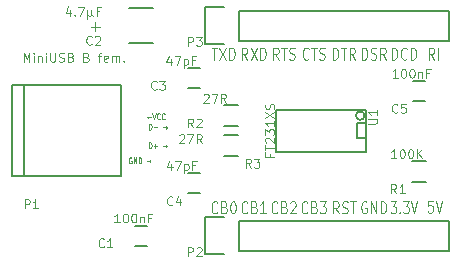
<source format=gto>
G04 #@! TF.FileFunction,Legend,Top*
%FSLAX46Y46*%
G04 Gerber Fmt 4.6, Leading zero omitted, Abs format (unit mm)*
G04 Created by KiCad (PCBNEW 4.0.3+e1-6302~38~ubuntu14.04.1-stable) date Tue Aug 16 14:14:18 2016*
%MOMM*%
%LPD*%
G01*
G04 APERTURE LIST*
%ADD10C,0.100000*%
%ADD11C,0.075000*%
%ADD12C,0.150000*%
G04 APERTURE END LIST*
D10*
X162026667Y-109767643D02*
X161988572Y-109815262D01*
X161874286Y-109862881D01*
X161798096Y-109862881D01*
X161683810Y-109815262D01*
X161607619Y-109720024D01*
X161569524Y-109624786D01*
X161531429Y-109434310D01*
X161531429Y-109291452D01*
X161569524Y-109100976D01*
X161607619Y-109005738D01*
X161683810Y-108910500D01*
X161798096Y-108862881D01*
X161874286Y-108862881D01*
X161988572Y-108910500D01*
X162026667Y-108958119D01*
X162636191Y-109339071D02*
X162750477Y-109386690D01*
X162788572Y-109434310D01*
X162826667Y-109529548D01*
X162826667Y-109672405D01*
X162788572Y-109767643D01*
X162750477Y-109815262D01*
X162674286Y-109862881D01*
X162369524Y-109862881D01*
X162369524Y-108862881D01*
X162636191Y-108862881D01*
X162712381Y-108910500D01*
X162750477Y-108958119D01*
X162788572Y-109053357D01*
X162788572Y-109148595D01*
X162750477Y-109243833D01*
X162712381Y-109291452D01*
X162636191Y-109339071D01*
X162369524Y-109339071D01*
X163321905Y-108862881D02*
X163398096Y-108862881D01*
X163474286Y-108910500D01*
X163512381Y-108958119D01*
X163550477Y-109053357D01*
X163588572Y-109243833D01*
X163588572Y-109481929D01*
X163550477Y-109672405D01*
X163512381Y-109767643D01*
X163474286Y-109815262D01*
X163398096Y-109862881D01*
X163321905Y-109862881D01*
X163245715Y-109815262D01*
X163207619Y-109767643D01*
X163169524Y-109672405D01*
X163131429Y-109481929D01*
X163131429Y-109243833D01*
X163169524Y-109053357D01*
X163207619Y-108958119D01*
X163245715Y-108910500D01*
X163321905Y-108862881D01*
X164566667Y-109767643D02*
X164528572Y-109815262D01*
X164414286Y-109862881D01*
X164338096Y-109862881D01*
X164223810Y-109815262D01*
X164147619Y-109720024D01*
X164109524Y-109624786D01*
X164071429Y-109434310D01*
X164071429Y-109291452D01*
X164109524Y-109100976D01*
X164147619Y-109005738D01*
X164223810Y-108910500D01*
X164338096Y-108862881D01*
X164414286Y-108862881D01*
X164528572Y-108910500D01*
X164566667Y-108958119D01*
X165176191Y-109339071D02*
X165290477Y-109386690D01*
X165328572Y-109434310D01*
X165366667Y-109529548D01*
X165366667Y-109672405D01*
X165328572Y-109767643D01*
X165290477Y-109815262D01*
X165214286Y-109862881D01*
X164909524Y-109862881D01*
X164909524Y-108862881D01*
X165176191Y-108862881D01*
X165252381Y-108910500D01*
X165290477Y-108958119D01*
X165328572Y-109053357D01*
X165328572Y-109148595D01*
X165290477Y-109243833D01*
X165252381Y-109291452D01*
X165176191Y-109339071D01*
X164909524Y-109339071D01*
X166128572Y-109862881D02*
X165671429Y-109862881D01*
X165900000Y-109862881D02*
X165900000Y-108862881D01*
X165823810Y-109005738D01*
X165747619Y-109100976D01*
X165671429Y-109148595D01*
X167106667Y-109767643D02*
X167068572Y-109815262D01*
X166954286Y-109862881D01*
X166878096Y-109862881D01*
X166763810Y-109815262D01*
X166687619Y-109720024D01*
X166649524Y-109624786D01*
X166611429Y-109434310D01*
X166611429Y-109291452D01*
X166649524Y-109100976D01*
X166687619Y-109005738D01*
X166763810Y-108910500D01*
X166878096Y-108862881D01*
X166954286Y-108862881D01*
X167068572Y-108910500D01*
X167106667Y-108958119D01*
X167716191Y-109339071D02*
X167830477Y-109386690D01*
X167868572Y-109434310D01*
X167906667Y-109529548D01*
X167906667Y-109672405D01*
X167868572Y-109767643D01*
X167830477Y-109815262D01*
X167754286Y-109862881D01*
X167449524Y-109862881D01*
X167449524Y-108862881D01*
X167716191Y-108862881D01*
X167792381Y-108910500D01*
X167830477Y-108958119D01*
X167868572Y-109053357D01*
X167868572Y-109148595D01*
X167830477Y-109243833D01*
X167792381Y-109291452D01*
X167716191Y-109339071D01*
X167449524Y-109339071D01*
X168211429Y-108958119D02*
X168249524Y-108910500D01*
X168325715Y-108862881D01*
X168516191Y-108862881D01*
X168592381Y-108910500D01*
X168630477Y-108958119D01*
X168668572Y-109053357D01*
X168668572Y-109148595D01*
X168630477Y-109291452D01*
X168173334Y-109862881D01*
X168668572Y-109862881D01*
X169646667Y-109767643D02*
X169608572Y-109815262D01*
X169494286Y-109862881D01*
X169418096Y-109862881D01*
X169303810Y-109815262D01*
X169227619Y-109720024D01*
X169189524Y-109624786D01*
X169151429Y-109434310D01*
X169151429Y-109291452D01*
X169189524Y-109100976D01*
X169227619Y-109005738D01*
X169303810Y-108910500D01*
X169418096Y-108862881D01*
X169494286Y-108862881D01*
X169608572Y-108910500D01*
X169646667Y-108958119D01*
X170256191Y-109339071D02*
X170370477Y-109386690D01*
X170408572Y-109434310D01*
X170446667Y-109529548D01*
X170446667Y-109672405D01*
X170408572Y-109767643D01*
X170370477Y-109815262D01*
X170294286Y-109862881D01*
X169989524Y-109862881D01*
X169989524Y-108862881D01*
X170256191Y-108862881D01*
X170332381Y-108910500D01*
X170370477Y-108958119D01*
X170408572Y-109053357D01*
X170408572Y-109148595D01*
X170370477Y-109243833D01*
X170332381Y-109291452D01*
X170256191Y-109339071D01*
X169989524Y-109339071D01*
X170713334Y-108862881D02*
X171208572Y-108862881D01*
X170941905Y-109243833D01*
X171056191Y-109243833D01*
X171132381Y-109291452D01*
X171170477Y-109339071D01*
X171208572Y-109434310D01*
X171208572Y-109672405D01*
X171170477Y-109767643D01*
X171132381Y-109815262D01*
X171056191Y-109862881D01*
X170827619Y-109862881D01*
X170751429Y-109815262D01*
X170713334Y-109767643D01*
X172281905Y-109862881D02*
X172015238Y-109386690D01*
X171824762Y-109862881D02*
X171824762Y-108862881D01*
X172129524Y-108862881D01*
X172205715Y-108910500D01*
X172243810Y-108958119D01*
X172281905Y-109053357D01*
X172281905Y-109196214D01*
X172243810Y-109291452D01*
X172205715Y-109339071D01*
X172129524Y-109386690D01*
X171824762Y-109386690D01*
X172586667Y-109815262D02*
X172700953Y-109862881D01*
X172891429Y-109862881D01*
X172967619Y-109815262D01*
X173005715Y-109767643D01*
X173043810Y-109672405D01*
X173043810Y-109577167D01*
X173005715Y-109481929D01*
X172967619Y-109434310D01*
X172891429Y-109386690D01*
X172739048Y-109339071D01*
X172662857Y-109291452D01*
X172624762Y-109243833D01*
X172586667Y-109148595D01*
X172586667Y-109053357D01*
X172624762Y-108958119D01*
X172662857Y-108910500D01*
X172739048Y-108862881D01*
X172929524Y-108862881D01*
X173043810Y-108910500D01*
X173272381Y-108862881D02*
X173729524Y-108862881D01*
X173500953Y-109862881D02*
X173500953Y-108862881D01*
X174650477Y-108910500D02*
X174574286Y-108862881D01*
X174460001Y-108862881D01*
X174345715Y-108910500D01*
X174269524Y-109005738D01*
X174231429Y-109100976D01*
X174193334Y-109291452D01*
X174193334Y-109434310D01*
X174231429Y-109624786D01*
X174269524Y-109720024D01*
X174345715Y-109815262D01*
X174460001Y-109862881D01*
X174536191Y-109862881D01*
X174650477Y-109815262D01*
X174688572Y-109767643D01*
X174688572Y-109434310D01*
X174536191Y-109434310D01*
X175031429Y-109862881D02*
X175031429Y-108862881D01*
X175488572Y-109862881D01*
X175488572Y-108862881D01*
X175869524Y-109862881D02*
X175869524Y-108862881D01*
X176060000Y-108862881D01*
X176174286Y-108910500D01*
X176250477Y-109005738D01*
X176288572Y-109100976D01*
X176326667Y-109291452D01*
X176326667Y-109434310D01*
X176288572Y-109624786D01*
X176250477Y-109720024D01*
X176174286Y-109815262D01*
X176060000Y-109862881D01*
X175869524Y-109862881D01*
X176692857Y-108862881D02*
X177157143Y-108862881D01*
X176907143Y-109243833D01*
X177014285Y-109243833D01*
X177085714Y-109291452D01*
X177121428Y-109339071D01*
X177157143Y-109434310D01*
X177157143Y-109672405D01*
X177121428Y-109767643D01*
X177085714Y-109815262D01*
X177014285Y-109862881D01*
X176800000Y-109862881D01*
X176728571Y-109815262D01*
X176692857Y-109767643D01*
X177478571Y-109767643D02*
X177514286Y-109815262D01*
X177478571Y-109862881D01*
X177442857Y-109815262D01*
X177478571Y-109767643D01*
X177478571Y-109862881D01*
X177764286Y-108862881D02*
X178228572Y-108862881D01*
X177978572Y-109243833D01*
X178085714Y-109243833D01*
X178157143Y-109291452D01*
X178192857Y-109339071D01*
X178228572Y-109434310D01*
X178228572Y-109672405D01*
X178192857Y-109767643D01*
X178157143Y-109815262D01*
X178085714Y-109862881D01*
X177871429Y-109862881D01*
X177800000Y-109815262D01*
X177764286Y-109767643D01*
X178442858Y-108862881D02*
X178692858Y-109862881D01*
X178942858Y-108862881D01*
X180251120Y-108799381D02*
X179870167Y-108799381D01*
X179832072Y-109275571D01*
X179870167Y-109227952D01*
X179946358Y-109180333D01*
X180136834Y-109180333D01*
X180213024Y-109227952D01*
X180251120Y-109275571D01*
X180289215Y-109370810D01*
X180289215Y-109608905D01*
X180251120Y-109704143D01*
X180213024Y-109751762D01*
X180136834Y-109799381D01*
X179946358Y-109799381D01*
X179870167Y-109751762D01*
X179832072Y-109704143D01*
X180517786Y-108799381D02*
X180784453Y-109799381D01*
X181051120Y-108799381D01*
X180397143Y-96845381D02*
X180130476Y-96369190D01*
X179940000Y-96845381D02*
X179940000Y-95845381D01*
X180244762Y-95845381D01*
X180320953Y-95893000D01*
X180359048Y-95940619D01*
X180397143Y-96035857D01*
X180397143Y-96178714D01*
X180359048Y-96273952D01*
X180320953Y-96321571D01*
X180244762Y-96369190D01*
X179940000Y-96369190D01*
X180740000Y-96845381D02*
X180740000Y-95845381D01*
X176790476Y-96845381D02*
X176790476Y-95845381D01*
X176980952Y-95845381D01*
X177095238Y-95893000D01*
X177171429Y-95988238D01*
X177209524Y-96083476D01*
X177247619Y-96273952D01*
X177247619Y-96416810D01*
X177209524Y-96607286D01*
X177171429Y-96702524D01*
X177095238Y-96797762D01*
X176980952Y-96845381D01*
X176790476Y-96845381D01*
X178047619Y-96750143D02*
X178009524Y-96797762D01*
X177895238Y-96845381D01*
X177819048Y-96845381D01*
X177704762Y-96797762D01*
X177628571Y-96702524D01*
X177590476Y-96607286D01*
X177552381Y-96416810D01*
X177552381Y-96273952D01*
X177590476Y-96083476D01*
X177628571Y-95988238D01*
X177704762Y-95893000D01*
X177819048Y-95845381D01*
X177895238Y-95845381D01*
X178009524Y-95893000D01*
X178047619Y-95940619D01*
X178390476Y-96845381D02*
X178390476Y-95845381D01*
X178580952Y-95845381D01*
X178695238Y-95893000D01*
X178771429Y-95988238D01*
X178809524Y-96083476D01*
X178847619Y-96273952D01*
X178847619Y-96416810D01*
X178809524Y-96607286D01*
X178771429Y-96702524D01*
X178695238Y-96797762D01*
X178580952Y-96845381D01*
X178390476Y-96845381D01*
X174269524Y-96845381D02*
X174269524Y-95845381D01*
X174460000Y-95845381D01*
X174574286Y-95893000D01*
X174650477Y-95988238D01*
X174688572Y-96083476D01*
X174726667Y-96273952D01*
X174726667Y-96416810D01*
X174688572Y-96607286D01*
X174650477Y-96702524D01*
X174574286Y-96797762D01*
X174460000Y-96845381D01*
X174269524Y-96845381D01*
X175031429Y-96797762D02*
X175145715Y-96845381D01*
X175336191Y-96845381D01*
X175412381Y-96797762D01*
X175450477Y-96750143D01*
X175488572Y-96654905D01*
X175488572Y-96559667D01*
X175450477Y-96464429D01*
X175412381Y-96416810D01*
X175336191Y-96369190D01*
X175183810Y-96321571D01*
X175107619Y-96273952D01*
X175069524Y-96226333D01*
X175031429Y-96131095D01*
X175031429Y-96035857D01*
X175069524Y-95940619D01*
X175107619Y-95893000D01*
X175183810Y-95845381D01*
X175374286Y-95845381D01*
X175488572Y-95893000D01*
X176288572Y-96845381D02*
X176021905Y-96369190D01*
X175831429Y-96845381D02*
X175831429Y-95845381D01*
X176136191Y-95845381D01*
X176212382Y-95893000D01*
X176250477Y-95940619D01*
X176288572Y-96035857D01*
X176288572Y-96178714D01*
X176250477Y-96273952D01*
X176212382Y-96321571D01*
X176136191Y-96369190D01*
X175831429Y-96369190D01*
X171805714Y-96845381D02*
X171805714Y-95845381D01*
X171996190Y-95845381D01*
X172110476Y-95893000D01*
X172186667Y-95988238D01*
X172224762Y-96083476D01*
X172262857Y-96273952D01*
X172262857Y-96416810D01*
X172224762Y-96607286D01*
X172186667Y-96702524D01*
X172110476Y-96797762D01*
X171996190Y-96845381D01*
X171805714Y-96845381D01*
X172491428Y-95845381D02*
X172948571Y-95845381D01*
X172720000Y-96845381D02*
X172720000Y-95845381D01*
X173672381Y-96845381D02*
X173405714Y-96369190D01*
X173215238Y-96845381D02*
X173215238Y-95845381D01*
X173520000Y-95845381D01*
X173596191Y-95893000D01*
X173634286Y-95940619D01*
X173672381Y-96035857D01*
X173672381Y-96178714D01*
X173634286Y-96273952D01*
X173596191Y-96321571D01*
X173520000Y-96369190D01*
X173215238Y-96369190D01*
X169741905Y-96750143D02*
X169703810Y-96797762D01*
X169589524Y-96845381D01*
X169513334Y-96845381D01*
X169399048Y-96797762D01*
X169322857Y-96702524D01*
X169284762Y-96607286D01*
X169246667Y-96416810D01*
X169246667Y-96273952D01*
X169284762Y-96083476D01*
X169322857Y-95988238D01*
X169399048Y-95893000D01*
X169513334Y-95845381D01*
X169589524Y-95845381D01*
X169703810Y-95893000D01*
X169741905Y-95940619D01*
X169970476Y-95845381D02*
X170427619Y-95845381D01*
X170199048Y-96845381D02*
X170199048Y-95845381D01*
X170656191Y-96797762D02*
X170770477Y-96845381D01*
X170960953Y-96845381D01*
X171037143Y-96797762D01*
X171075239Y-96750143D01*
X171113334Y-96654905D01*
X171113334Y-96559667D01*
X171075239Y-96464429D01*
X171037143Y-96416810D01*
X170960953Y-96369190D01*
X170808572Y-96321571D01*
X170732381Y-96273952D01*
X170694286Y-96226333D01*
X170656191Y-96131095D01*
X170656191Y-96035857D01*
X170694286Y-95940619D01*
X170732381Y-95893000D01*
X170808572Y-95845381D01*
X170999048Y-95845381D01*
X171113334Y-95893000D01*
X167201905Y-96845381D02*
X166935238Y-96369190D01*
X166744762Y-96845381D02*
X166744762Y-95845381D01*
X167049524Y-95845381D01*
X167125715Y-95893000D01*
X167163810Y-95940619D01*
X167201905Y-96035857D01*
X167201905Y-96178714D01*
X167163810Y-96273952D01*
X167125715Y-96321571D01*
X167049524Y-96369190D01*
X166744762Y-96369190D01*
X167430476Y-95845381D02*
X167887619Y-95845381D01*
X167659048Y-96845381D02*
X167659048Y-95845381D01*
X168116191Y-96797762D02*
X168230477Y-96845381D01*
X168420953Y-96845381D01*
X168497143Y-96797762D01*
X168535239Y-96750143D01*
X168573334Y-96654905D01*
X168573334Y-96559667D01*
X168535239Y-96464429D01*
X168497143Y-96416810D01*
X168420953Y-96369190D01*
X168268572Y-96321571D01*
X168192381Y-96273952D01*
X168154286Y-96226333D01*
X168116191Y-96131095D01*
X168116191Y-96035857D01*
X168154286Y-95940619D01*
X168192381Y-95893000D01*
X168268572Y-95845381D01*
X168459048Y-95845381D01*
X168573334Y-95893000D01*
X164566667Y-96845381D02*
X164300000Y-96369190D01*
X164109524Y-96845381D02*
X164109524Y-95845381D01*
X164414286Y-95845381D01*
X164490477Y-95893000D01*
X164528572Y-95940619D01*
X164566667Y-96035857D01*
X164566667Y-96178714D01*
X164528572Y-96273952D01*
X164490477Y-96321571D01*
X164414286Y-96369190D01*
X164109524Y-96369190D01*
X164833334Y-95845381D02*
X165366667Y-96845381D01*
X165366667Y-95845381D02*
X164833334Y-96845381D01*
X165671429Y-96845381D02*
X165671429Y-95845381D01*
X165861905Y-95845381D01*
X165976191Y-95893000D01*
X166052382Y-95988238D01*
X166090477Y-96083476D01*
X166128572Y-96273952D01*
X166128572Y-96416810D01*
X166090477Y-96607286D01*
X166052382Y-96702524D01*
X165976191Y-96797762D01*
X165861905Y-96845381D01*
X165671429Y-96845381D01*
X161550476Y-95845381D02*
X162007619Y-95845381D01*
X161779048Y-96845381D02*
X161779048Y-95845381D01*
X162198096Y-95845381D02*
X162731429Y-96845381D01*
X162731429Y-95845381D02*
X162198096Y-96845381D01*
X163036191Y-96845381D02*
X163036191Y-95845381D01*
X163226667Y-95845381D01*
X163340953Y-95893000D01*
X163417144Y-95988238D01*
X163455239Y-96083476D01*
X163493334Y-96273952D01*
X163493334Y-96416810D01*
X163455239Y-96607286D01*
X163417144Y-96702524D01*
X163340953Y-96797762D01*
X163226667Y-96845381D01*
X163036191Y-96845381D01*
X151320548Y-94051429D02*
X152082453Y-94051429D01*
X151701501Y-94432381D02*
X151701501Y-93670476D01*
D11*
X156219619Y-104366190D02*
X156219619Y-103866190D01*
X156314857Y-103866190D01*
X156372000Y-103890000D01*
X156410095Y-103937619D01*
X156429143Y-103985238D01*
X156448191Y-104080476D01*
X156448191Y-104151905D01*
X156429143Y-104247143D01*
X156410095Y-104294762D01*
X156372000Y-104342381D01*
X156314857Y-104366190D01*
X156219619Y-104366190D01*
X156619619Y-104175714D02*
X156924381Y-104175714D01*
X156772000Y-104366190D02*
X156772000Y-103985238D01*
X157419619Y-104175714D02*
X157724381Y-104175714D01*
X157648191Y-104270952D02*
X157724381Y-104175714D01*
X157648191Y-104080476D01*
X156219619Y-102778690D02*
X156219619Y-102278690D01*
X156314857Y-102278690D01*
X156372000Y-102302500D01*
X156410095Y-102350119D01*
X156429143Y-102397738D01*
X156448191Y-102492976D01*
X156448191Y-102564405D01*
X156429143Y-102659643D01*
X156410095Y-102707262D01*
X156372000Y-102754881D01*
X156314857Y-102778690D01*
X156219619Y-102778690D01*
X156619619Y-102588214D02*
X156924381Y-102588214D01*
X157419619Y-102588214D02*
X157724381Y-102588214D01*
X157648191Y-102683452D02*
X157724381Y-102588214D01*
X157648191Y-102492976D01*
X156387834Y-101699214D02*
X156083072Y-101699214D01*
X156159263Y-101794452D02*
X156083072Y-101699214D01*
X156159263Y-101603976D01*
X156521167Y-101389690D02*
X156654501Y-101889690D01*
X156787834Y-101389690D01*
X157149739Y-101842071D02*
X157130691Y-101865881D01*
X157073548Y-101889690D01*
X157035453Y-101889690D01*
X156978310Y-101865881D01*
X156940215Y-101818262D01*
X156921167Y-101770643D01*
X156902119Y-101675405D01*
X156902119Y-101603976D01*
X156921167Y-101508738D01*
X156940215Y-101461119D01*
X156978310Y-101413500D01*
X157035453Y-101389690D01*
X157073548Y-101389690D01*
X157130691Y-101413500D01*
X157149739Y-101437310D01*
X157549739Y-101842071D02*
X157530691Y-101865881D01*
X157473548Y-101889690D01*
X157435453Y-101889690D01*
X157378310Y-101865881D01*
X157340215Y-101818262D01*
X157321167Y-101770643D01*
X157302119Y-101675405D01*
X157302119Y-101603976D01*
X157321167Y-101508738D01*
X157340215Y-101461119D01*
X157378310Y-101413500D01*
X157435453Y-101389690D01*
X157473548Y-101389690D01*
X157530691Y-101413500D01*
X157549739Y-101437310D01*
X154743238Y-105160000D02*
X154705143Y-105136190D01*
X154648000Y-105136190D01*
X154590857Y-105160000D01*
X154552762Y-105207619D01*
X154533714Y-105255238D01*
X154514666Y-105350476D01*
X154514666Y-105421905D01*
X154533714Y-105517143D01*
X154552762Y-105564762D01*
X154590857Y-105612381D01*
X154648000Y-105636190D01*
X154686095Y-105636190D01*
X154743238Y-105612381D01*
X154762286Y-105588571D01*
X154762286Y-105421905D01*
X154686095Y-105421905D01*
X154933714Y-105636190D02*
X154933714Y-105136190D01*
X155162286Y-105636190D01*
X155162286Y-105136190D01*
X155352762Y-105636190D02*
X155352762Y-105136190D01*
X155448000Y-105136190D01*
X155505143Y-105160000D01*
X155543238Y-105207619D01*
X155562286Y-105255238D01*
X155581334Y-105350476D01*
X155581334Y-105421905D01*
X155562286Y-105517143D01*
X155543238Y-105564762D01*
X155505143Y-105612381D01*
X155448000Y-105636190D01*
X155352762Y-105636190D01*
X156057524Y-105445714D02*
X156362286Y-105445714D01*
X156286096Y-105540952D02*
X156362286Y-105445714D01*
X156286096Y-105350476D01*
D12*
X155075000Y-112610000D02*
X156075000Y-112610000D01*
X156075000Y-110910000D02*
X155075000Y-110910000D01*
X156575000Y-92505000D02*
X154575000Y-92505000D01*
X154575000Y-95455000D02*
X156575000Y-95455000D01*
X159520000Y-99275000D02*
X160520000Y-99275000D01*
X160520000Y-97575000D02*
X159520000Y-97575000D01*
X159520000Y-108165000D02*
X160520000Y-108165000D01*
X160520000Y-106465000D02*
X159520000Y-106465000D01*
X178600000Y-100350000D02*
X179600000Y-100350000D01*
X179600000Y-98650000D02*
X178600000Y-98650000D01*
X145625820Y-99019360D02*
X145625820Y-106720640D01*
X144625060Y-99019360D02*
X144625060Y-106720640D01*
X144625060Y-106720640D02*
X153824940Y-106720640D01*
X153824940Y-106720640D02*
X153824940Y-99019360D01*
X153824940Y-99019360D02*
X144625060Y-99019360D01*
X163830000Y-110490000D02*
X181610000Y-110490000D01*
X181610000Y-110490000D02*
X181610000Y-113030000D01*
X181610000Y-113030000D02*
X163830000Y-113030000D01*
X161010000Y-110210000D02*
X162560000Y-110210000D01*
X163830000Y-110490000D02*
X163830000Y-113030000D01*
X162560000Y-113310000D02*
X161010000Y-113310000D01*
X161010000Y-113310000D02*
X161010000Y-110210000D01*
X163830000Y-92710000D02*
X181610000Y-92710000D01*
X181610000Y-92710000D02*
X181610000Y-95250000D01*
X181610000Y-95250000D02*
X163830000Y-95250000D01*
X161010000Y-92430000D02*
X162560000Y-92430000D01*
X163830000Y-92710000D02*
X163830000Y-95250000D01*
X162560000Y-95530000D02*
X161010000Y-95530000D01*
X161010000Y-95530000D02*
X161010000Y-92430000D01*
X162595000Y-100725000D02*
X163795000Y-100725000D01*
X163795000Y-102475000D02*
X162595000Y-102475000D01*
X162595000Y-103265000D02*
X163795000Y-103265000D01*
X163795000Y-105015000D02*
X162595000Y-105015000D01*
X167005000Y-104648000D02*
X174625000Y-104648000D01*
X174625000Y-101092000D02*
X167005000Y-101092000D01*
X167005000Y-104648000D02*
X167005000Y-101092000D01*
X174625000Y-101092000D02*
X174625000Y-104648000D01*
X174476210Y-101600000D02*
G75*
G03X174476210Y-101600000I-359210J0D01*
G01*
X174625000Y-103505000D02*
X173863000Y-103505000D01*
X173863000Y-103505000D02*
X173863000Y-102235000D01*
X173863000Y-102235000D02*
X174625000Y-102235000D01*
X178500000Y-105425000D02*
X179700000Y-105425000D01*
X179700000Y-107175000D02*
X178500000Y-107175000D01*
D10*
X152425000Y-112667857D02*
X152389286Y-112703571D01*
X152282143Y-112739286D01*
X152210714Y-112739286D01*
X152103571Y-112703571D01*
X152032143Y-112632143D01*
X151996428Y-112560714D01*
X151960714Y-112417857D01*
X151960714Y-112310714D01*
X151996428Y-112167857D01*
X152032143Y-112096429D01*
X152103571Y-112025000D01*
X152210714Y-111989286D01*
X152282143Y-111989286D01*
X152389286Y-112025000D01*
X152425000Y-112060714D01*
X153139286Y-112739286D02*
X152710714Y-112739286D01*
X152925000Y-112739286D02*
X152925000Y-111989286D01*
X152853571Y-112096429D01*
X152782143Y-112167857D01*
X152710714Y-112203571D01*
X153739286Y-110639286D02*
X153310714Y-110639286D01*
X153525000Y-110639286D02*
X153525000Y-109889286D01*
X153453571Y-109996429D01*
X153382143Y-110067857D01*
X153310714Y-110103571D01*
X154203572Y-109889286D02*
X154275000Y-109889286D01*
X154346429Y-109925000D01*
X154382143Y-109960714D01*
X154417857Y-110032143D01*
X154453572Y-110175000D01*
X154453572Y-110353571D01*
X154417857Y-110496429D01*
X154382143Y-110567857D01*
X154346429Y-110603571D01*
X154275000Y-110639286D01*
X154203572Y-110639286D01*
X154132143Y-110603571D01*
X154096429Y-110567857D01*
X154060714Y-110496429D01*
X154025000Y-110353571D01*
X154025000Y-110175000D01*
X154060714Y-110032143D01*
X154096429Y-109960714D01*
X154132143Y-109925000D01*
X154203572Y-109889286D01*
X154917858Y-109889286D02*
X154989286Y-109889286D01*
X155060715Y-109925000D01*
X155096429Y-109960714D01*
X155132143Y-110032143D01*
X155167858Y-110175000D01*
X155167858Y-110353571D01*
X155132143Y-110496429D01*
X155096429Y-110567857D01*
X155060715Y-110603571D01*
X154989286Y-110639286D01*
X154917858Y-110639286D01*
X154846429Y-110603571D01*
X154810715Y-110567857D01*
X154775000Y-110496429D01*
X154739286Y-110353571D01*
X154739286Y-110175000D01*
X154775000Y-110032143D01*
X154810715Y-109960714D01*
X154846429Y-109925000D01*
X154917858Y-109889286D01*
X155489286Y-110139286D02*
X155489286Y-110639286D01*
X155489286Y-110210714D02*
X155525001Y-110175000D01*
X155596429Y-110139286D01*
X155703572Y-110139286D01*
X155775001Y-110175000D01*
X155810715Y-110246429D01*
X155810715Y-110639286D01*
X156417857Y-110246429D02*
X156167857Y-110246429D01*
X156167857Y-110639286D02*
X156167857Y-109889286D01*
X156525000Y-109889286D01*
X151375000Y-95517857D02*
X151339286Y-95553571D01*
X151232143Y-95589286D01*
X151160714Y-95589286D01*
X151053571Y-95553571D01*
X150982143Y-95482143D01*
X150946428Y-95410714D01*
X150910714Y-95267857D01*
X150910714Y-95160714D01*
X150946428Y-95017857D01*
X150982143Y-94946429D01*
X151053571Y-94875000D01*
X151160714Y-94839286D01*
X151232143Y-94839286D01*
X151339286Y-94875000D01*
X151375000Y-94910714D01*
X151660714Y-94910714D02*
X151696428Y-94875000D01*
X151767857Y-94839286D01*
X151946428Y-94839286D01*
X152017857Y-94875000D01*
X152053571Y-94910714D01*
X152089286Y-94982143D01*
X152089286Y-95053571D01*
X152053571Y-95160714D01*
X151625000Y-95589286D01*
X152089286Y-95589286D01*
X149542857Y-92639286D02*
X149542857Y-93139286D01*
X149364286Y-92353571D02*
X149185714Y-92889286D01*
X149650000Y-92889286D01*
X149935714Y-93067857D02*
X149971429Y-93103571D01*
X149935714Y-93139286D01*
X149900000Y-93103571D01*
X149935714Y-93067857D01*
X149935714Y-93139286D01*
X150221429Y-92389286D02*
X150721429Y-92389286D01*
X150400000Y-93139286D01*
X151007143Y-92639286D02*
X151007143Y-93389286D01*
X151364286Y-93032143D02*
X151400001Y-93103571D01*
X151471429Y-93139286D01*
X151007143Y-93032143D02*
X151042858Y-93103571D01*
X151114286Y-93139286D01*
X151257143Y-93139286D01*
X151328572Y-93103571D01*
X151364286Y-93032143D01*
X151364286Y-92639286D01*
X152042857Y-92746429D02*
X151792857Y-92746429D01*
X151792857Y-93139286D02*
X151792857Y-92389286D01*
X152150000Y-92389286D01*
X156875000Y-99317857D02*
X156839286Y-99353571D01*
X156732143Y-99389286D01*
X156660714Y-99389286D01*
X156553571Y-99353571D01*
X156482143Y-99282143D01*
X156446428Y-99210714D01*
X156410714Y-99067857D01*
X156410714Y-98960714D01*
X156446428Y-98817857D01*
X156482143Y-98746429D01*
X156553571Y-98675000D01*
X156660714Y-98639286D01*
X156732143Y-98639286D01*
X156839286Y-98675000D01*
X156875000Y-98710714D01*
X157125000Y-98639286D02*
X157589286Y-98639286D01*
X157339286Y-98925000D01*
X157446428Y-98925000D01*
X157517857Y-98960714D01*
X157553571Y-98996429D01*
X157589286Y-99067857D01*
X157589286Y-99246429D01*
X157553571Y-99317857D01*
X157517857Y-99353571D01*
X157446428Y-99389286D01*
X157232143Y-99389286D01*
X157160714Y-99353571D01*
X157125000Y-99317857D01*
X158075000Y-96789286D02*
X158075000Y-97289286D01*
X157896429Y-96503571D02*
X157717857Y-97039286D01*
X158182143Y-97039286D01*
X158396429Y-96539286D02*
X158896429Y-96539286D01*
X158575000Y-97289286D01*
X159182143Y-96789286D02*
X159182143Y-97539286D01*
X159182143Y-96825000D02*
X159253572Y-96789286D01*
X159396429Y-96789286D01*
X159467858Y-96825000D01*
X159503572Y-96860714D01*
X159539286Y-96932143D01*
X159539286Y-97146429D01*
X159503572Y-97217857D01*
X159467858Y-97253571D01*
X159396429Y-97289286D01*
X159253572Y-97289286D01*
X159182143Y-97253571D01*
X160110714Y-96896429D02*
X159860714Y-96896429D01*
X159860714Y-97289286D02*
X159860714Y-96539286D01*
X160217857Y-96539286D01*
X158225000Y-109117857D02*
X158189286Y-109153571D01*
X158082143Y-109189286D01*
X158010714Y-109189286D01*
X157903571Y-109153571D01*
X157832143Y-109082143D01*
X157796428Y-109010714D01*
X157760714Y-108867857D01*
X157760714Y-108760714D01*
X157796428Y-108617857D01*
X157832143Y-108546429D01*
X157903571Y-108475000D01*
X158010714Y-108439286D01*
X158082143Y-108439286D01*
X158189286Y-108475000D01*
X158225000Y-108510714D01*
X158867857Y-108689286D02*
X158867857Y-109189286D01*
X158689286Y-108403571D02*
X158510714Y-108939286D01*
X158975000Y-108939286D01*
X158125000Y-105689286D02*
X158125000Y-106189286D01*
X157946429Y-105403571D02*
X157767857Y-105939286D01*
X158232143Y-105939286D01*
X158446429Y-105439286D02*
X158946429Y-105439286D01*
X158625000Y-106189286D01*
X159232143Y-105689286D02*
X159232143Y-106439286D01*
X159232143Y-105725000D02*
X159303572Y-105689286D01*
X159446429Y-105689286D01*
X159517858Y-105725000D01*
X159553572Y-105760714D01*
X159589286Y-105832143D01*
X159589286Y-106046429D01*
X159553572Y-106117857D01*
X159517858Y-106153571D01*
X159446429Y-106189286D01*
X159303572Y-106189286D01*
X159232143Y-106153571D01*
X160160714Y-105796429D02*
X159910714Y-105796429D01*
X159910714Y-106189286D02*
X159910714Y-105439286D01*
X160267857Y-105439286D01*
X177275000Y-101267857D02*
X177239286Y-101303571D01*
X177132143Y-101339286D01*
X177060714Y-101339286D01*
X176953571Y-101303571D01*
X176882143Y-101232143D01*
X176846428Y-101160714D01*
X176810714Y-101017857D01*
X176810714Y-100910714D01*
X176846428Y-100767857D01*
X176882143Y-100696429D01*
X176953571Y-100625000D01*
X177060714Y-100589286D01*
X177132143Y-100589286D01*
X177239286Y-100625000D01*
X177275000Y-100660714D01*
X177953571Y-100589286D02*
X177596428Y-100589286D01*
X177560714Y-100946429D01*
X177596428Y-100910714D01*
X177667857Y-100875000D01*
X177846428Y-100875000D01*
X177917857Y-100910714D01*
X177953571Y-100946429D01*
X177989286Y-101017857D01*
X177989286Y-101196429D01*
X177953571Y-101267857D01*
X177917857Y-101303571D01*
X177846428Y-101339286D01*
X177667857Y-101339286D01*
X177596428Y-101303571D01*
X177560714Y-101267857D01*
X177289286Y-98389286D02*
X176860714Y-98389286D01*
X177075000Y-98389286D02*
X177075000Y-97639286D01*
X177003571Y-97746429D01*
X176932143Y-97817857D01*
X176860714Y-97853571D01*
X177753572Y-97639286D02*
X177825000Y-97639286D01*
X177896429Y-97675000D01*
X177932143Y-97710714D01*
X177967857Y-97782143D01*
X178003572Y-97925000D01*
X178003572Y-98103571D01*
X177967857Y-98246429D01*
X177932143Y-98317857D01*
X177896429Y-98353571D01*
X177825000Y-98389286D01*
X177753572Y-98389286D01*
X177682143Y-98353571D01*
X177646429Y-98317857D01*
X177610714Y-98246429D01*
X177575000Y-98103571D01*
X177575000Y-97925000D01*
X177610714Y-97782143D01*
X177646429Y-97710714D01*
X177682143Y-97675000D01*
X177753572Y-97639286D01*
X178467858Y-97639286D02*
X178539286Y-97639286D01*
X178610715Y-97675000D01*
X178646429Y-97710714D01*
X178682143Y-97782143D01*
X178717858Y-97925000D01*
X178717858Y-98103571D01*
X178682143Y-98246429D01*
X178646429Y-98317857D01*
X178610715Y-98353571D01*
X178539286Y-98389286D01*
X178467858Y-98389286D01*
X178396429Y-98353571D01*
X178360715Y-98317857D01*
X178325000Y-98246429D01*
X178289286Y-98103571D01*
X178289286Y-97925000D01*
X178325000Y-97782143D01*
X178360715Y-97710714D01*
X178396429Y-97675000D01*
X178467858Y-97639286D01*
X179039286Y-97889286D02*
X179039286Y-98389286D01*
X179039286Y-97960714D02*
X179075001Y-97925000D01*
X179146429Y-97889286D01*
X179253572Y-97889286D01*
X179325001Y-97925000D01*
X179360715Y-97996429D01*
X179360715Y-98389286D01*
X179967857Y-97996429D02*
X179717857Y-97996429D01*
X179717857Y-98389286D02*
X179717857Y-97639286D01*
X180075000Y-97639286D01*
X145696428Y-109439286D02*
X145696428Y-108689286D01*
X145982143Y-108689286D01*
X146053571Y-108725000D01*
X146089286Y-108760714D01*
X146125000Y-108832143D01*
X146125000Y-108939286D01*
X146089286Y-109010714D01*
X146053571Y-109046429D01*
X145982143Y-109082143D01*
X145696428Y-109082143D01*
X146839286Y-109439286D02*
X146410714Y-109439286D01*
X146625000Y-109439286D02*
X146625000Y-108689286D01*
X146553571Y-108796429D01*
X146482143Y-108867857D01*
X146410714Y-108903571D01*
X145617857Y-97039286D02*
X145617857Y-96289286D01*
X145867857Y-96825000D01*
X146117857Y-96289286D01*
X146117857Y-97039286D01*
X146475000Y-97039286D02*
X146475000Y-96539286D01*
X146475000Y-96289286D02*
X146439286Y-96325000D01*
X146475000Y-96360714D01*
X146510715Y-96325000D01*
X146475000Y-96289286D01*
X146475000Y-96360714D01*
X146832143Y-96539286D02*
X146832143Y-97039286D01*
X146832143Y-96610714D02*
X146867858Y-96575000D01*
X146939286Y-96539286D01*
X147046429Y-96539286D01*
X147117858Y-96575000D01*
X147153572Y-96646429D01*
X147153572Y-97039286D01*
X147510714Y-97039286D02*
X147510714Y-96539286D01*
X147510714Y-96289286D02*
X147475000Y-96325000D01*
X147510714Y-96360714D01*
X147546429Y-96325000D01*
X147510714Y-96289286D01*
X147510714Y-96360714D01*
X147867857Y-96289286D02*
X147867857Y-96896429D01*
X147903572Y-96967857D01*
X147939286Y-97003571D01*
X148010715Y-97039286D01*
X148153572Y-97039286D01*
X148225000Y-97003571D01*
X148260715Y-96967857D01*
X148296429Y-96896429D01*
X148296429Y-96289286D01*
X148617857Y-97003571D02*
X148725000Y-97039286D01*
X148903571Y-97039286D01*
X148975000Y-97003571D01*
X149010714Y-96967857D01*
X149046429Y-96896429D01*
X149046429Y-96825000D01*
X149010714Y-96753571D01*
X148975000Y-96717857D01*
X148903571Y-96682143D01*
X148760714Y-96646429D01*
X148689286Y-96610714D01*
X148653571Y-96575000D01*
X148617857Y-96503571D01*
X148617857Y-96432143D01*
X148653571Y-96360714D01*
X148689286Y-96325000D01*
X148760714Y-96289286D01*
X148939286Y-96289286D01*
X149046429Y-96325000D01*
X149617857Y-96646429D02*
X149725000Y-96682143D01*
X149760715Y-96717857D01*
X149796429Y-96789286D01*
X149796429Y-96896429D01*
X149760715Y-96967857D01*
X149725000Y-97003571D01*
X149653572Y-97039286D01*
X149367857Y-97039286D01*
X149367857Y-96289286D01*
X149617857Y-96289286D01*
X149689286Y-96325000D01*
X149725000Y-96360714D01*
X149760715Y-96432143D01*
X149760715Y-96503571D01*
X149725000Y-96575000D01*
X149689286Y-96610714D01*
X149617857Y-96646429D01*
X149367857Y-96646429D01*
X150939286Y-96646429D02*
X151046429Y-96682143D01*
X151082144Y-96717857D01*
X151117858Y-96789286D01*
X151117858Y-96896429D01*
X151082144Y-96967857D01*
X151046429Y-97003571D01*
X150975001Y-97039286D01*
X150689286Y-97039286D01*
X150689286Y-96289286D01*
X150939286Y-96289286D01*
X151010715Y-96325000D01*
X151046429Y-96360714D01*
X151082144Y-96432143D01*
X151082144Y-96503571D01*
X151046429Y-96575000D01*
X151010715Y-96610714D01*
X150939286Y-96646429D01*
X150689286Y-96646429D01*
X151903573Y-96539286D02*
X152189287Y-96539286D01*
X152010715Y-97039286D02*
X152010715Y-96396429D01*
X152046430Y-96325000D01*
X152117858Y-96289286D01*
X152189287Y-96289286D01*
X152725001Y-97003571D02*
X152653572Y-97039286D01*
X152510715Y-97039286D01*
X152439286Y-97003571D01*
X152403572Y-96932143D01*
X152403572Y-96646429D01*
X152439286Y-96575000D01*
X152510715Y-96539286D01*
X152653572Y-96539286D01*
X152725001Y-96575000D01*
X152760715Y-96646429D01*
X152760715Y-96717857D01*
X152403572Y-96789286D01*
X153082143Y-97039286D02*
X153082143Y-96539286D01*
X153082143Y-96610714D02*
X153117858Y-96575000D01*
X153189286Y-96539286D01*
X153296429Y-96539286D01*
X153367858Y-96575000D01*
X153403572Y-96646429D01*
X153403572Y-97039286D01*
X153403572Y-96646429D02*
X153439286Y-96575000D01*
X153510715Y-96539286D01*
X153617858Y-96539286D01*
X153689286Y-96575000D01*
X153725001Y-96646429D01*
X153725001Y-97039286D01*
X154082143Y-96967857D02*
X154117858Y-97003571D01*
X154082143Y-97039286D01*
X154046429Y-97003571D01*
X154082143Y-96967857D01*
X154082143Y-97039286D01*
X159546428Y-113489286D02*
X159546428Y-112739286D01*
X159832143Y-112739286D01*
X159903571Y-112775000D01*
X159939286Y-112810714D01*
X159975000Y-112882143D01*
X159975000Y-112989286D01*
X159939286Y-113060714D01*
X159903571Y-113096429D01*
X159832143Y-113132143D01*
X159546428Y-113132143D01*
X160260714Y-112810714D02*
X160296428Y-112775000D01*
X160367857Y-112739286D01*
X160546428Y-112739286D01*
X160617857Y-112775000D01*
X160653571Y-112810714D01*
X160689286Y-112882143D01*
X160689286Y-112953571D01*
X160653571Y-113060714D01*
X160225000Y-113489286D01*
X160689286Y-113489286D01*
X159546428Y-95689286D02*
X159546428Y-94939286D01*
X159832143Y-94939286D01*
X159903571Y-94975000D01*
X159939286Y-95010714D01*
X159975000Y-95082143D01*
X159975000Y-95189286D01*
X159939286Y-95260714D01*
X159903571Y-95296429D01*
X159832143Y-95332143D01*
X159546428Y-95332143D01*
X160225000Y-94939286D02*
X160689286Y-94939286D01*
X160439286Y-95225000D01*
X160546428Y-95225000D01*
X160617857Y-95260714D01*
X160653571Y-95296429D01*
X160689286Y-95367857D01*
X160689286Y-95546429D01*
X160653571Y-95617857D01*
X160617857Y-95653571D01*
X160546428Y-95689286D01*
X160332143Y-95689286D01*
X160260714Y-95653571D01*
X160225000Y-95617857D01*
X159975000Y-102589286D02*
X159725000Y-102232143D01*
X159546428Y-102589286D02*
X159546428Y-101839286D01*
X159832143Y-101839286D01*
X159903571Y-101875000D01*
X159939286Y-101910714D01*
X159975000Y-101982143D01*
X159975000Y-102089286D01*
X159939286Y-102160714D01*
X159903571Y-102196429D01*
X159832143Y-102232143D01*
X159546428Y-102232143D01*
X160260714Y-101910714D02*
X160296428Y-101875000D01*
X160367857Y-101839286D01*
X160546428Y-101839286D01*
X160617857Y-101875000D01*
X160653571Y-101910714D01*
X160689286Y-101982143D01*
X160689286Y-102053571D01*
X160653571Y-102160714D01*
X160225000Y-102589286D01*
X160689286Y-102589286D01*
X160853571Y-99810714D02*
X160889285Y-99775000D01*
X160960714Y-99739286D01*
X161139285Y-99739286D01*
X161210714Y-99775000D01*
X161246428Y-99810714D01*
X161282143Y-99882143D01*
X161282143Y-99953571D01*
X161246428Y-100060714D01*
X160817857Y-100489286D01*
X161282143Y-100489286D01*
X161532143Y-99739286D02*
X162032143Y-99739286D01*
X161710714Y-100489286D01*
X162746429Y-100489286D02*
X162496429Y-100132143D01*
X162317857Y-100489286D02*
X162317857Y-99739286D01*
X162603572Y-99739286D01*
X162675000Y-99775000D01*
X162710715Y-99810714D01*
X162746429Y-99882143D01*
X162746429Y-99989286D01*
X162710715Y-100060714D01*
X162675000Y-100096429D01*
X162603572Y-100132143D01*
X162317857Y-100132143D01*
X164875000Y-105989286D02*
X164625000Y-105632143D01*
X164446428Y-105989286D02*
X164446428Y-105239286D01*
X164732143Y-105239286D01*
X164803571Y-105275000D01*
X164839286Y-105310714D01*
X164875000Y-105382143D01*
X164875000Y-105489286D01*
X164839286Y-105560714D01*
X164803571Y-105596429D01*
X164732143Y-105632143D01*
X164446428Y-105632143D01*
X165125000Y-105239286D02*
X165589286Y-105239286D01*
X165339286Y-105525000D01*
X165446428Y-105525000D01*
X165517857Y-105560714D01*
X165553571Y-105596429D01*
X165589286Y-105667857D01*
X165589286Y-105846429D01*
X165553571Y-105917857D01*
X165517857Y-105953571D01*
X165446428Y-105989286D01*
X165232143Y-105989286D01*
X165160714Y-105953571D01*
X165125000Y-105917857D01*
X158803571Y-103260714D02*
X158839285Y-103225000D01*
X158910714Y-103189286D01*
X159089285Y-103189286D01*
X159160714Y-103225000D01*
X159196428Y-103260714D01*
X159232143Y-103332143D01*
X159232143Y-103403571D01*
X159196428Y-103510714D01*
X158767857Y-103939286D01*
X159232143Y-103939286D01*
X159482143Y-103189286D02*
X159982143Y-103189286D01*
X159660714Y-103939286D01*
X160696429Y-103939286D02*
X160446429Y-103582143D01*
X160267857Y-103939286D02*
X160267857Y-103189286D01*
X160553572Y-103189286D01*
X160625000Y-103225000D01*
X160660715Y-103260714D01*
X160696429Y-103332143D01*
X160696429Y-103439286D01*
X160660715Y-103510714D01*
X160625000Y-103546429D01*
X160553572Y-103582143D01*
X160267857Y-103582143D01*
X174789286Y-102271429D02*
X175396429Y-102271429D01*
X175467857Y-102235714D01*
X175503571Y-102200000D01*
X175539286Y-102128571D01*
X175539286Y-101985714D01*
X175503571Y-101914286D01*
X175467857Y-101878571D01*
X175396429Y-101842857D01*
X174789286Y-101842857D01*
X175539286Y-101092857D02*
X175539286Y-101521429D01*
X175539286Y-101307143D02*
X174789286Y-101307143D01*
X174896429Y-101378572D01*
X174967857Y-101450000D01*
X175003571Y-101521429D01*
X166446429Y-104814287D02*
X166446429Y-105064287D01*
X166839286Y-105064287D02*
X166089286Y-105064287D01*
X166089286Y-104707144D01*
X166089286Y-104528572D02*
X166089286Y-104100001D01*
X166839286Y-104314287D02*
X166089286Y-104314287D01*
X166160714Y-103885715D02*
X166125000Y-103850001D01*
X166089286Y-103778572D01*
X166089286Y-103600001D01*
X166125000Y-103528572D01*
X166160714Y-103492858D01*
X166232143Y-103457143D01*
X166303571Y-103457143D01*
X166410714Y-103492858D01*
X166839286Y-103921429D01*
X166839286Y-103457143D01*
X166089286Y-103207143D02*
X166089286Y-102742857D01*
X166375000Y-102992857D01*
X166375000Y-102885715D01*
X166410714Y-102814286D01*
X166446429Y-102778572D01*
X166517857Y-102742857D01*
X166696429Y-102742857D01*
X166767857Y-102778572D01*
X166803571Y-102814286D01*
X166839286Y-102885715D01*
X166839286Y-103100000D01*
X166803571Y-103171429D01*
X166767857Y-103207143D01*
X166839286Y-102028571D02*
X166839286Y-102457143D01*
X166839286Y-102242857D02*
X166089286Y-102242857D01*
X166196429Y-102314286D01*
X166267857Y-102385714D01*
X166303571Y-102457143D01*
X166089286Y-101778571D02*
X166839286Y-101278571D01*
X166089286Y-101278571D02*
X166839286Y-101778571D01*
X166803571Y-101028571D02*
X166839286Y-100921428D01*
X166839286Y-100742857D01*
X166803571Y-100671428D01*
X166767857Y-100635714D01*
X166696429Y-100599999D01*
X166625000Y-100599999D01*
X166553571Y-100635714D01*
X166517857Y-100671428D01*
X166482143Y-100742857D01*
X166446429Y-100885714D01*
X166410714Y-100957142D01*
X166375000Y-100992857D01*
X166303571Y-101028571D01*
X166232143Y-101028571D01*
X166160714Y-100992857D01*
X166125000Y-100957142D01*
X166089286Y-100885714D01*
X166089286Y-100707142D01*
X166125000Y-100599999D01*
X177175000Y-108139286D02*
X176925000Y-107782143D01*
X176746428Y-108139286D02*
X176746428Y-107389286D01*
X177032143Y-107389286D01*
X177103571Y-107425000D01*
X177139286Y-107460714D01*
X177175000Y-107532143D01*
X177175000Y-107639286D01*
X177139286Y-107710714D01*
X177103571Y-107746429D01*
X177032143Y-107782143D01*
X176746428Y-107782143D01*
X177889286Y-108139286D02*
X177460714Y-108139286D01*
X177675000Y-108139286D02*
X177675000Y-107389286D01*
X177603571Y-107496429D01*
X177532143Y-107567857D01*
X177460714Y-107603571D01*
X177175000Y-105189286D02*
X176746428Y-105189286D01*
X176960714Y-105189286D02*
X176960714Y-104439286D01*
X176889285Y-104546429D01*
X176817857Y-104617857D01*
X176746428Y-104653571D01*
X177639286Y-104439286D02*
X177710714Y-104439286D01*
X177782143Y-104475000D01*
X177817857Y-104510714D01*
X177853571Y-104582143D01*
X177889286Y-104725000D01*
X177889286Y-104903571D01*
X177853571Y-105046429D01*
X177817857Y-105117857D01*
X177782143Y-105153571D01*
X177710714Y-105189286D01*
X177639286Y-105189286D01*
X177567857Y-105153571D01*
X177532143Y-105117857D01*
X177496428Y-105046429D01*
X177460714Y-104903571D01*
X177460714Y-104725000D01*
X177496428Y-104582143D01*
X177532143Y-104510714D01*
X177567857Y-104475000D01*
X177639286Y-104439286D01*
X178353572Y-104439286D02*
X178425000Y-104439286D01*
X178496429Y-104475000D01*
X178532143Y-104510714D01*
X178567857Y-104582143D01*
X178603572Y-104725000D01*
X178603572Y-104903571D01*
X178567857Y-105046429D01*
X178532143Y-105117857D01*
X178496429Y-105153571D01*
X178425000Y-105189286D01*
X178353572Y-105189286D01*
X178282143Y-105153571D01*
X178246429Y-105117857D01*
X178210714Y-105046429D01*
X178175000Y-104903571D01*
X178175000Y-104725000D01*
X178210714Y-104582143D01*
X178246429Y-104510714D01*
X178282143Y-104475000D01*
X178353572Y-104439286D01*
X178925000Y-105189286D02*
X178925000Y-104439286D01*
X179353572Y-105189286D02*
X179032143Y-104760714D01*
X179353572Y-104439286D02*
X178925000Y-104867857D01*
M02*

</source>
